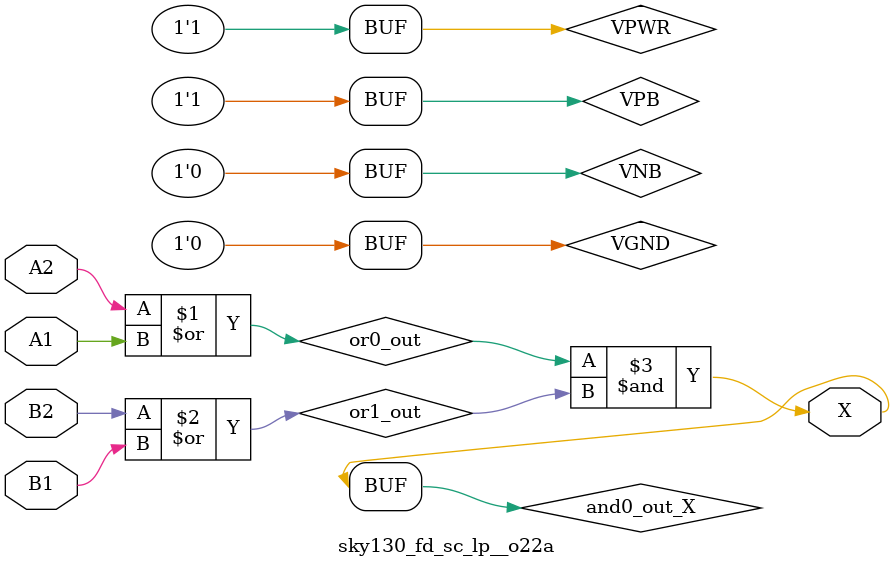
<source format=v>



module sky130_fd_sc_lp__o22a (
    X ,
    A1,
    A2,
    B1,
    B2
);

    output X ;
    input  A1;
    input  A2;
    input  B1;
    input  B2;

    supply1 VPWR;
    supply0 VGND;
    supply1 VPB ;
    supply0 VNB ;

    wire or0_out   ;
    wire or1_out   ;
    wire and0_out_X;

    or  or0  (or0_out   , A2, A1          );
    or  or1  (or1_out   , B2, B1          );
    and and0 (and0_out_X, or0_out, or1_out);
    buf buf0 (X         , and0_out_X      );

endmodule

</source>
